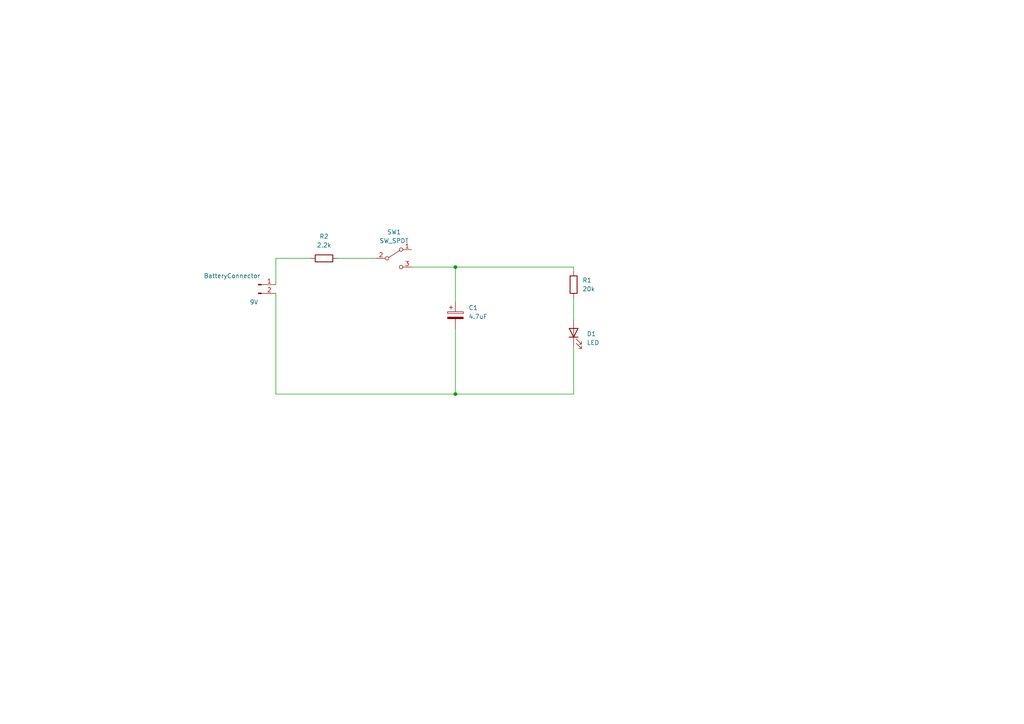
<source format=kicad_sch>
(kicad_sch (version 20211123) (generator eeschema)
  (paper "A4")
  (lib_symbols
    (symbol "Connector:Conn_01x02_Male" (pin_names (offset 1.016) hide)
      (property "Reference" "J" (at 0 2.54 0))
      (property "Value" "Conn_01x02_Male" (at 0 -5.08 0))
      (symbol "Conn_01x02_Male_1_1"
        (polyline (pts (xy 1.27 -2.54) (xy 0.8636 -2.54)) (stroke (width 0.1524)))
        (polyline (pts (xy 1.27 0) (xy 0.8636 0)) (stroke (width 0.1524)))
        (rectangle (start 0.8636 -2.413) (end 0 -2.667) (stroke (width 0.1524)) (fill (type outline)))
        (rectangle (start 0.8636 0.127) (end 0 -0.127) (stroke (width 0.1524)) (fill (type outline)))
        (pin passive line (at 5.08 0 180) (length 3.81) (name "Pin_1") (number "1"))
        (pin passive line (at 5.08 -2.54 180) (length 3.81) (name "Pin_2") (number "2"))
      )
    )
    (symbol "Device:C_Polarized" (pin_numbers hide) (pin_names (offset 0.254))
      (property "Reference" "C" (at 0.635 2.54 0))
      (property "Value" "C_Polarized" (at 0.635 -2.54 0))
      (symbol "C_Polarized_0_1"
        (rectangle (start -2.286 0.508) (end 2.286 1.016))
        (polyline (pts (xy -1.778 2.286) (xy -0.762 2.286)))
        (polyline (pts (xy -1.27 2.794) (xy -1.27 1.778)))
        (rectangle (start 2.286 -0.508) (end -2.286 -1.016) (fill (type outline)))
      )
      (symbol "C_Polarized_1_1"
        (pin passive line (at 0 3.81 270) (length 2.794) (name "~") (number "1"))
        (pin passive line (at 0 -3.81 90) (length 2.794) (name "~") (number "2"))
      )
    )
    (symbol "Device:LED" (pin_numbers hide) (pin_names (offset 1.016) hide)
      (property "Reference" "D" (at 0 2.54 0))
      (property "Value" "LED" (at 0 -2.54 0))
      (symbol "LED_0_1"
        (polyline (pts (xy -1.27 -1.27) (xy -1.27 1.27)) (stroke (width 0.254)))
        (polyline (pts (xy -1.27 0) (xy 1.27 0)))
        (polyline (pts (xy 1.27 -1.27) (xy 1.27 1.27) (xy -1.27 0) (xy 1.27 -1.27)) (stroke (width 0.254)))
        (polyline (pts (xy -3.048 -0.762) (xy -4.572 -2.286) (xy -3.81 -2.286) (xy -4.572 -2.286) (xy -4.572 -1.524)))
        (polyline (pts (xy -1.778 -0.762) (xy -3.302 -2.286) (xy -2.54 -2.286) (xy -3.302 -2.286) (xy -3.302 -1.524)))
      )
      (symbol "LED_1_1"
        (pin passive line (at -3.81 0 0) (length 2.54) (name "K") (number "1"))
        (pin passive line (at 3.81 0 180) (length 2.54) (name "A") (number "2"))
      )
    )
    (symbol "Device:R" (pin_numbers hide) (pin_names (offset 0))
      (property "Reference" "R" (at 2.032 0 90))
      (property "Value" "R" (at 0 0 90))
      (symbol "R_0_1"
        (rectangle (start -1.016 -2.54) (end 1.016 2.54) (stroke (width 0.254)))
      )
      (symbol "R_1_1"
        (pin passive line (at 0 3.81 270) (length 1.27) (name "~") (number "1"))
        (pin passive line (at 0 -3.81 90) (length 1.27) (name "~") (number "2"))
      )
    )
    (symbol "Switch:SW_SPDT" (pin_names (offset 0) hide)
      (property "Reference" "SW" (at 0 4.318 0))
      (property "Value" "SW_SPDT" (at 0 -5.08 0))
      (symbol "SW_SPDT_0_0"
        (circle (center -2.032 0) (radius 0.508))
        (circle (center 2.032 -2.54) (radius 0.508))
      )
      (symbol "SW_SPDT_0_1"
        (polyline (pts (xy -1.524 0.254) (xy 1.651 2.286)))
        (circle (center 2.032 2.54) (radius 0.508))
      )
      (symbol "SW_SPDT_1_1"
        (pin passive line (at 5.08 2.54 180) (length 2.54) (name "A") (number "1"))
        (pin passive line (at -5.08 0 0) (length 2.54) (name "B") (number "2"))
        (pin passive line (at 5.08 -2.54 180) (length 2.54) (name "C") (number "3"))
      )
    )
  )
  (junction (at 132.08 77.47))
  (junction (at 132.08 114.3))
  (wire (pts (xy 80.01 74.93) (xy 90.17 74.93)))
  (wire (pts (xy 166.37 86.36) (xy 166.37 92.71)))
  (wire (pts (xy 119.38 77.47) (xy 132.08 77.47)))
  (wire (pts (xy 80.01 82.55) (xy 80.01 74.93)))
  (wire (pts (xy 166.37 78.74) (xy 166.37 77.47)))
  (wire (pts (xy 97.79 74.93) (xy 109.22 74.93)))
  (wire (pts (xy 132.08 77.47) (xy 166.37 77.47)))
  (wire (pts (xy 132.08 114.3) (xy 166.37 114.3)))
  (wire (pts (xy 132.08 95.25) (xy 132.08 114.3)))
  (wire (pts (xy 132.08 77.47) (xy 132.08 87.63)))
  (wire (pts (xy 80.01 114.3) (xy 80.01 85.09)))
  (wire (pts (xy 166.37 100.33) (xy 166.37 114.3)))
  (wire (pts (xy 132.08 114.3) (xy 80.01 114.3)))
  (symbol (lib_id "Device:R") (at 166.37 82.55 0) (unit 1)
    (property "Reference" "R1" (at 168.91 81.2799 0) (effects (justify left)))
    (property "Value" "20k" (at 168.91 83.8199 0) (effects (justify left)))
  )
  (symbol (lib_id "Device:R") (at 93.98 74.93 90) (unit 1)
    (property "Reference" "R2" (at 93.98 68.58 90))
    (property "Value" "2.2k" (at 93.98 71.12 90))
  )
  (symbol (lib_id "Connector:Conn_01x02_Male") (at 74.93 82.55 0) (unit 1)
    (property "Reference" "BatteryConnector" (at 67.31 80.01 0))
    (property "Value" "9V" (at 73.66 87.63 0))
  )
  (symbol (lib_id "Switch:SW_SPDT") (at 114.3 74.93 0) (unit 1)
    (property "Reference" "SW1" (at 114.3 67.31 0))
    (property "Value" "SW_SPDT" (at 114.3 69.85 0))
  )
  (symbol (lib_id "Device:C_Polarized") (at 132.08 91.44 0) (unit 1)
    (property "Reference" "C1" (at 135.89 89.2809 0) (effects (justify left)))
    (property "Value" "4.7uF" (at 135.89 91.8209 0) (effects (justify left)))
  )
  (symbol (lib_id "Device:LED") (at 166.37 96.52 90) (unit 1)
    (property "Reference" "D1" (at 170.18 96.8374 90) (effects (justify right)))
    (property "Value" "LED" (at 170.18 99.3774 90) (effects (justify right)))
  )
)
</source>
